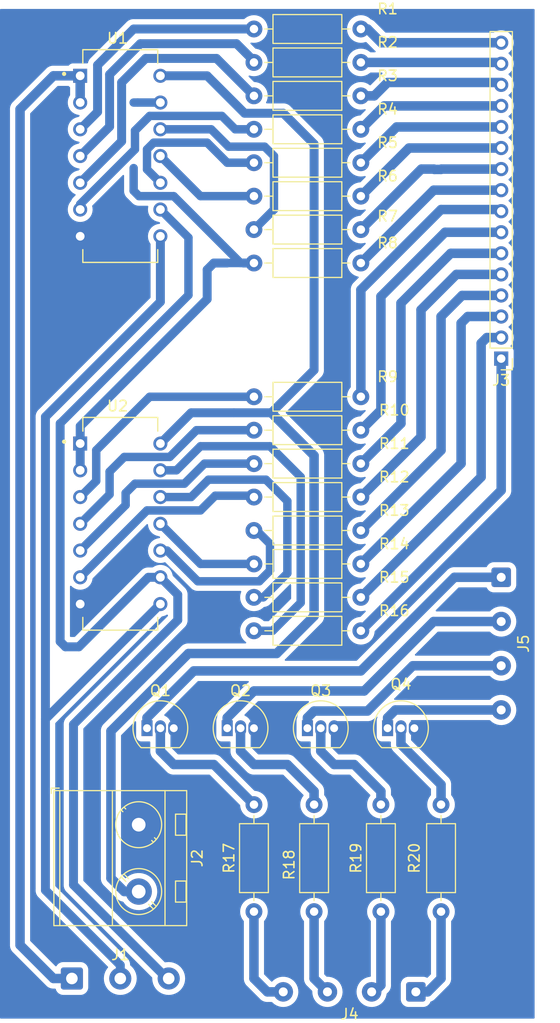
<source format=kicad_pcb>
(kicad_pcb (version 20211014) (generator pcbnew)
  (layers (0 "F.Cu" signal) (31 "B.Cu" signal) (34 "B.Paste" user) (35 "F.Paste" user) (36 "B.SilkS" user "B.Silkscreen") (37 "F.SilkS" user "F.Silkscreen") (38 "B.Mask" user) (39 "F.Mask" user) (44 "Edge.Cuts" user))
  (net 0 "")
  (net 1 "GND")
  (net 2 "VCC")
  (net 3 "Net-(R7-Pad1)")
  (net 4 "Net-(J3-Pad10)")
  (net 5 "Net-(J4-Pad1)")
  (net 6 "Net-(Q4-Pad2)")
  (net 7 "Net-(J4-Pad2)")
  (net 8 "Net-(Q3-Pad2)")
  (net 9 "Net-(J4-Pad3)")
  (net 10 "Net-(Q2-Pad2)")
  (net 11 "Net-(J4-Pad4)")
  (net 12 "Net-(Q1-Pad2)")
  (net 13 "Net-(R16-Pad1)")
  (net 14 "Net-(J3-Pad1)")
  (net 15 "Net-(R15-Pad1)")
  (net 16 "Net-(J3-Pad2)")
  (net 17 "Net-(R14-Pad1)")
  (net 18 "Net-(J3-Pad3)")
  (net 19 "Net-(R13-Pad1)")
  (net 20 "Net-(J3-Pad4)")
  (net 21 "Net-(R12-Pad1)")
  (net 22 "Net-(J3-Pad5)")
  (net 23 "Net-(R11-Pad1)")
  (net 24 "Net-(J3-Pad6)")
  (net 25 "Net-(R10-Pad1)")
  (net 26 "Net-(J3-Pad7)")
  (net 27 "Net-(R9-Pad1)")
  (net 28 "Net-(J3-Pad8)")
  (net 29 "Net-(R8-Pad1)")
  (net 30 "Net-(J3-Pad9)")
  (net 31 "Net-(R6-Pad1)")
  (net 32 "Net-(J3-Pad11)")
  (net 33 "Net-(R5-Pad1)")
  (net 34 "Net-(J3-Pad12)")
  (net 35 "Net-(R4-Pad1)")
  (net 36 "Net-(J3-Pad13)")
  (net 37 "Net-(R3-Pad1)")
  (net 38 "Net-(J3-Pad14)")
  (net 39 "Net-(R2-Pad1)")
  (net 40 "Net-(J3-Pad15)")
  (net 41 "Net-(R1-Pad1)")
  (net 42 "Net-(J3-Pad16)")
  (net 43 "Net-(J5-Pad4)")
  (net 44 "Net-(J5-Pad3)")
  (net 45 "Net-(J5-Pad2)")
  (net 46 "Net-(J5-Pad1)")
  (net 47 "Net-(J1-Pad1)")
  (net 48 "Net-(J1-Pad2)")
  (net 49 "Net-(J1-Pad3)")
  (footprint "Package_TO_SOT_THT:TO-92_Inline" (layer "F.Cu") (at 128.905 133.075)
    (fp_text reference "Q4" (at 1.27 -4.17) (layer "F.SilkS"))
    (fp_text value "BC547")
    (pad "1" thru_hole rect (at 0 0) (size 1.05 1.5) (drill 0.75) (layers *.Cu *.Mask) (net 43 "Net-(J5-Pad4)"))
    (pad "2" thru_hole oval (at 1.27 0) (size 1.05 1.5) (drill 0.75) (layers *.Cu *.Mask) (net 6 "Net-(Q4-Pad2)"))
    (pad "3" thru_hole oval (at 2.54 0) (size 1.05 1.5) (drill 0.75) (layers *.Cu *.Mask) (net 1 "GND"))
  )
  (footprint "Resistor_THT:R_Axial_DIN0207_L6.3mm_D2.5mm_P10.16mm_Horizontal" (layer "F.Cu") (at 116.205 101.6)
    (fp_text reference "R9" (at 12.7 -1.905) (layer "F.SilkS"))
    (fp_text value "R")
    (pad "1" thru_hole circle (at 0 0) (size 1.6 1.6) (drill 0.8) (layers *.Cu *.Mask) (net 27 "Net-(R9-Pad1)"))
    (pad "2" thru_hole oval (at 10.16 0) (size 1.6 1.6) (drill 0.8) (layers *.Cu *.Mask) (net 28 "Net-(J3-Pad8)"))
  )
  (footprint "Resistor_THT:R_Axial_DIN0207_L6.3mm_D2.5mm_P10.16mm_Horizontal" (layer "F.Cu") (at 116.205 76.2)
    (fp_text reference "R4" (at 12.7 -1.905) (layer "F.SilkS"))
    (fp_text value "R")
    (pad "1" thru_hole circle (at 0 0) (size 1.6 1.6) (drill 0.8) (layers *.Cu *.Mask) (net 35 "Net-(R4-Pad1)"))
    (pad "2" thru_hole oval (at 10.16 0) (size 1.6 1.6) (drill 0.8) (layers *.Cu *.Mask) (net 36 "Net-(J3-Pad13)"))
  )
  (footprint "Resistor_THT:R_Axial_DIN0207_L6.3mm_D2.5mm_P10.16mm_Horizontal" (layer "F.Cu") (at 116.205 150.495 90)
    (fp_text reference "R17" (at 5.08 -2.37 90) (layer "F.SilkS"))
    (fp_text value "R")
    (pad "1" thru_hole circle (at 0 0 90) (size 1.6 1.6) (drill 0.8) (layers *.Cu *.Mask) (net 11 "Net-(J4-Pad4)"))
    (pad "2" thru_hole oval (at 10.16 0 90) (size 1.6 1.6) (drill 0.8) (layers *.Cu *.Mask) (net 12 "Net-(Q1-Pad2)"))
  )
  (footprint "Resistor_THT:R_Axial_DIN0207_L6.3mm_D2.5mm_P10.16mm_Horizontal" (layer "F.Cu") (at 116.205 82.55)
    (fp_text reference "R6" (at 12.7 -1.905) (layer "F.SilkS"))
    (fp_text value "R")
    (pad "1" thru_hole circle (at 0 0) (size 1.6 1.6) (drill 0.8) (layers *.Cu *.Mask) (net 31 "Net-(R6-Pad1)"))
    (pad "2" thru_hole oval (at 10.16 0) (size 1.6 1.6) (drill 0.8) (layers *.Cu *.Mask) (net 32 "Net-(J3-Pad11)"))
  )
  (footprint "Resistor_THT:R_Axial_DIN0207_L6.3mm_D2.5mm_P10.16mm_Horizontal" (layer "F.Cu") (at 116.205 111.125)
    (fp_text reference "R12" (at 13.335 -1.905) (layer "F.SilkS"))
    (fp_text value "R")
    (pad "1" thru_hole circle (at 0 0) (size 1.6 1.6) (drill 0.8) (layers *.Cu *.Mask) (net 21 "Net-(R12-Pad1)"))
    (pad "2" thru_hole oval (at 10.16 0) (size 1.6 1.6) (drill 0.8) (layers *.Cu *.Mask) (net 22 "Net-(J3-Pad5)"))
  )
  (footprint "Resistor_THT:R_Axial_DIN0207_L6.3mm_D2.5mm_P10.16mm_Horizontal" (layer "F.Cu") (at 116.205 79.375)
    (fp_text reference "R5" (at 12.7 -1.905) (layer "F.SilkS"))
    (fp_text value "R")
    (pad "1" thru_hole circle (at 0 0) (size 1.6 1.6) (drill 0.8) (layers *.Cu *.Mask) (net 33 "Net-(R5-Pad1)"))
    (pad "2" thru_hole oval (at 10.16 0) (size 1.6 1.6) (drill 0.8) (layers *.Cu *.Mask) (net 34 "Net-(J3-Pad12)"))
  )
  (footprint "Resistor_THT:R_Axial_DIN0207_L6.3mm_D2.5mm_P10.16mm_Horizontal" (layer "F.Cu") (at 128.27 150.495 90)
    (fp_text reference "R19" (at 5.08 -2.37 90) (layer "F.SilkS"))
    (fp_text value "R")
    (pad "1" thru_hole circle (at 0 0 90) (size 1.6 1.6) (drill 0.8) (layers *.Cu *.Mask) (net 7 "Net-(J4-Pad2)"))
    (pad "2" thru_hole oval (at 10.16 0 90) (size 1.6 1.6) (drill 0.8) (layers *.Cu *.Mask) (net 8 "Net-(Q3-Pad2)"))
  )
  (footprint "Connector_Wire:SolderWire-0.5sqmm_1x03_P4.6mm_D0.9mm_OD2.1mm" (layer "F.Cu") (at 98.905 156.845)
    (fp_text reference "J1" (at 4.6 -2.25) (layer "F.SilkS"))
    (fp_text value "Diodes-input")
    (pad "1" thru_hole roundrect (at 0 0) (size 2.1 2.1) (drill 1.1) (layers *.Cu *.Mask) (roundrect_rratio 0.119048) (net 47 "Net-(J1-Pad1)"))
    (pad "2" thru_hole circle (at 4.6 0) (size 2.1 2.1) (drill 1.1) (layers *.Cu *.Mask) (net 48 "Net-(J1-Pad2)"))
    (pad "3" thru_hole circle (at 9.2 0) (size 2.1 2.1) (drill 1.1) (layers *.Cu *.Mask) (net 49 "Net-(J1-Pad3)"))
  )
  (footprint "Connector_Wire:SolderWire-0.25sqmm_1x04_P4.2mm_D0.65mm_OD1.7mm" (layer "F.Cu") (at 139.7 118.745 -90)
    (fp_text reference "J5" (at 6.3 -2.12 90) (layer "F.SilkS"))
    (fp_text value "Layers-output")
    (pad "1" thru_hole roundrect (at 0 0 270) (size 1.85 1.85) (drill 0.85) (layers *.Cu *.Mask) (roundrect_rratio 0.135135) (net 46 "Net-(J5-Pad1)"))
    (pad "2" thru_hole circle (at 4.2 0 270) (size 1.85 1.85) (drill 0.85) (layers *.Cu *.Mask) (net 45 "Net-(J5-Pad2)"))
    (pad "3" thru_hole circle (at 8.4 0 270) (size 1.85 1.85) (drill 0.85) (layers *.Cu *.Mask) (net 44 "Net-(J5-Pad3)"))
    (pad "4" thru_hole circle (at 12.6 0 270) (size 1.85 1.85) (drill 0.85) (layers *.Cu *.Mask) (net 43 "Net-(J5-Pad4)"))
  )
  (footprint "Resistor_THT:R_Axial_DIN0207_L6.3mm_D2.5mm_P10.16mm_Horizontal" (layer "F.Cu") (at 116.205 104.775)
    (fp_text reference "R10" (at 13.335 -1.905) (layer "F.SilkS"))
    (fp_text value "R")
    (pad "1" thru_hole circle (at 0 0) (size 1.6 1.6) (drill 0.8) (layers *.Cu *.Mask) (net 25 "Net-(R10-Pad1)"))
    (pad "2" thru_hole oval (at 10.16 0) (size 1.6 1.6) (drill 0.8) (layers *.Cu *.Mask) (net 26 "Net-(J3-Pad7)"))
  )
  (footprint "Package_TO_SOT_THT:TO-92_Inline" (layer "F.Cu") (at 113.665 133.075)
    (fp_text reference "Q2" (at 1.27 -3.56) (layer "F.SilkS"))
    (fp_text value "BC547")
    (pad "1" thru_hole rect (at 0 0) (size 1.05 1.5) (drill 0.75) (layers *.Cu *.Mask) (net 45 "Net-(J5-Pad2)"))
    (pad "2" thru_hole oval (at 1.27 0) (size 1.05 1.5) (drill 0.75) (layers *.Cu *.Mask) (net 10 "Net-(Q2-Pad2)"))
    (pad "3" thru_hole oval (at 2.54 0) (size 1.05 1.5) (drill 0.75) (layers *.Cu *.Mask) (net 1 "GND"))
  )
  (footprint "Resistor_THT:R_Axial_DIN0207_L6.3mm_D2.5mm_P10.16mm_Horizontal" (layer "F.Cu") (at 116.205 114.3)
    (fp_text reference "R13" (at 13.335 -1.905) (layer "F.SilkS"))
    (fp_text value "R")
    (pad "1" thru_hole circle (at 0 0) (size 1.6 1.6) (drill 0.8) (layers *.Cu *.Mask) (net 19 "Net-(R13-Pad1)"))
    (pad "2" thru_hole oval (at 10.16 0) (size 1.6 1.6) (drill 0.8) (layers *.Cu *.Mask) (net 20 "Net-(J3-Pad4)"))
  )
  (footprint "74hc164:74hc164DIP" (layer "F.Cu") (at 103.505 78.74)
    (fp_text reference "U1" (at -0.255 -11.185) (layer "F.SilkS"))
    (fp_text value "74HC164")
    (pad "1" thru_hole rect (at -3.81 -7.62) (size 1.338 1.338) (drill 0.83) (layers *.Cu *.Mask) (net 47 "Net-(J1-Pad1)"))
    (pad "2" thru_hole circle (at -3.81 -5.08) (size 1.338 1.338) (drill 0.83) (layers *.Cu *.Mask) (net 47 "Net-(J1-Pad1)"))
    (pad "3" thru_hole circle (at -3.81 -2.54) (size 1.338 1.338) (drill 0.83) (layers *.Cu *.Mask) (net 41 "Net-(R1-Pad1)"))
    (pad "4" thru_hole circle (at -3.81 0) (size 1.338 1.338) (drill 0.83) (layers *.Cu *.Mask) (net 39 "Net-(R2-Pad1)"))
    (pad "5" thru_hole circle (at -3.81 2.54) (size 1.338 1.338) (drill 0.83) (layers *.Cu *.Mask) (net 37 "Net-(R3-Pad1)"))
    (pad "6" thru_hole circle (at -3.81 5.08) (size 1.338 1.338) (drill 0.83) (layers *.Cu *.Mask) (net 35 "Net-(R4-Pad1)"))
    (pad "7" thru_hole circle (at -3.81 7.62) (size 1.338 1.338) (drill 0.83) (layers *.Cu *.Mask) (net 1 "GND"))
    (pad "8" thru_hole circle (at 3.81 7.62) (size 1.338 1.338) (drill 0.83) (layers *.Cu *.Mask) (net 48 "Net-(J1-Pad2)"))
    (pad "9" thru_hole circle (at 3.81 5.08) (size 1.338 1.338) (drill 0.83) (layers *.Cu *.Mask) (net 49 "Net-(J1-Pad3)"))
    (pad "10" thru_hole circle (at 3.81 2.54) (size 1.338 1.338) (drill 0.83) (layers *.Cu *.Mask) (net 33 "Net-(R5-Pad1)"))
    (pad "11" thru_hole circle (at 3.81 0) (size 1.338 1.338) (drill 0.83) (layers *.Cu *.Mask) (net 31 "Net-(R6-Pad1)"))
    (pad "12" thru_hole circle (at 3.81 -2.54) (size 1.338 1.338) (drill 0.83) (layers *.Cu *.Mask) (net 3 "Net-(R7-Pad1)"))
    (pad "13" thru_hole circle (at 3.81 -5.08) (size 1.338 1.338) (drill 0.83) (layers *.Cu *.Mask) (net 29 "Net-(R8-Pad1)"))
    (pad "14" thru_hole circle (at 3.81 -7.62) (size 1.338 1.338) (drill 0.83) (layers *.Cu *.Mask) (net 2 "VCC"))
  )
  (footprint "Package_TO_SOT_THT:TO-92_Inline" (layer "F.Cu") (at 106.045 133.075)
    (fp_text reference "Q1" (at 1.27 -3.56) (layer "F.SilkS"))
    (fp_text value "BC547")
    (pad "1" thru_hole rect (at 0 0) (size 1.05 1.5) (drill 0.75) (layers *.Cu *.Mask) (net 46 "Net-(J5-Pad1)"))
    (pad "2" thru_hole oval (at 1.27 0) (size 1.05 1.5) (drill 0.75) (layers *.Cu *.Mask) (net 12 "Net-(Q1-Pad2)"))
    (pad "3" thru_hole oval (at 2.54 0) (size 1.05 1.5) (drill 0.75) (layers *.Cu *.Mask) (net 1 "GND"))
  )
  (footprint "Resistor_THT:R_Axial_DIN0207_L6.3mm_D2.5mm_P10.16mm_Horizontal" (layer "F.Cu") (at 116.205 123.825)
    (fp_text reference "R16" (at 13.335 -1.905) (layer "F.SilkS"))
    (fp_text value "R")
    (pad "1" thru_hole circle (at 0 0) (size 1.6 1.6) (drill 0.8) (layers *.Cu *.Mask) (net 13 "Net-(R16-Pad1)"))
    (pad "2" thru_hole oval (at 10.16 0) (size 1.6 1.6) (drill 0.8) (layers *.Cu *.Mask) (net 14 "Net-(J3-Pad1)"))
  )
  (footprint "TerminalBlock_MetzConnect:TerminalBlock_MetzConnect_Type701_RT11L02HGLU_1x02_P6.35mm_Horizontal" (layer "F.Cu") (at 105.255 142.24 -90)
    (fp_text reference "J2" (at 3.175 -5.56 90) (layer "F.SilkS"))
    (fp_text value "Vin")
    (pad "1" thru_hole rect (at 0 0 270) (size 2.5 2.5) (drill 1.3) (layers *.Cu *.Mask) (net 1 "GND"))
    (pad "2" thru_hole circle (at 6.35 0 270) (size 2.5 2.5) (drill 1.3) (layers *.Cu *.Mask) (net 2 "VCC"))
  )
  (footprint "Connector_Wire:SolderWire-0.25sqmm_1x04_P4.2mm_D0.65mm_OD1.7mm" (layer "F.Cu") (at 131.59 158.115 180)
    (fp_text reference "J4" (at 6.3 -2.12) (layer "F.SilkS"))
    (fp_text value "Layers-input")
    (pad "1" thru_hole roundrect (at 0 0 180) (size 1.85 1.85) (drill 0.85) (layers *.Cu *.Mask) (roundrect_rratio 0.135135) (net 5 "Net-(J4-Pad1)"))
    (pad "2" thru_hole circle (at 4.2 0 180) (size 1.85 1.85) (drill 0.85) (layers *.Cu *.Mask) (net 7 "Net-(J4-Pad2)"))
    (pad "3" thru_hole circle (at 8.4 0 180) (size 1.85 1.85) (drill 0.85) (layers *.Cu *.Mask) (net 9 "Net-(J4-Pad3)"))
    (pad "4" thru_hole circle (at 12.6 0 180) (size 1.85 1.85) (drill 0.85) (layers *.Cu *.Mask) (net 11 "Net-(J4-Pad4)"))
  )
  (footprint "Resistor_THT:R_Axial_DIN0207_L6.3mm_D2.5mm_P10.16mm_Horizontal" (layer "F.Cu") (at 116.205 66.675)
    (fp_text reference "R1" (at 12.7 -1.905) (layer "F.SilkS"))
    (fp_text value "R")
    (pad "1" thru_hole circle (at 0 0) (size 1.6 1.6) (drill 0.8) (layers *.Cu *.Mask) (net 41 "Net-(R1-Pad1)"))
    (pad "2" thru_hole oval (at 10.16 0) (size 1.6 1.6) (drill 0.8) (layers *.Cu *.Mask) (net 42 "Net-(J3-Pad16)"))
  )
  (footprint "Resistor_THT:R_Axial_DIN0207_L6.3mm_D2.5mm_P10.16mm_Horizontal" (layer "F.Cu") (at 121.92 150.495 90)
    (fp_text reference "R18" (at 4.445 -2.37 90) (layer "F.SilkS"))
    (fp_text value "R")
    (pad "1" thru_hole circle (at 0 0 90) (size 1.6 1.6) (drill 0.8) (layers *.Cu *.Mask) (net 9 "Net-(J4-Pad3)"))
    (pad "2" thru_hole oval (at 10.16 0 90) (size 1.6 1.6) (drill 0.8) (layers *.Cu *.Mask) (net 10 "Net-(Q2-Pad2)"))
  )
  (footprint "Package_TO_SOT_THT:TO-92_Inline" (layer "F.Cu") (at 121.285 133.075)
    (fp_text reference "Q3" (at 1.27 -3.56) (layer "F.SilkS"))
    (fp_text value "BC547")
    (pad "1" thru_hole rect (at 0 0) (size 1.05 1.5) (drill 0.75) (layers *.Cu *.Mask) (net 44 "Net-(J5-Pad3)"))
    (pad "2" thru_hole oval (at 1.27 0) (size 1.05 1.5) (drill 0.75) (layers *.Cu *.Mask) (net 8 "Net-(Q3-Pad2)"))
    (pad "3" thru_hole oval (at 2.54 0) (size 1.05 1.5) (drill 0.75) (layers *.Cu *.Mask) (net 1 "GND"))
  )
  (footprint "Connector_PinHeader_2.00mm:PinHeader_1x16_P2.00mm_Vertical" (layer "F.Cu") (at 139.7 97.979 180)
    (fp_text reference "J3" (at 0 -2.06 180) (layer "F.SilkS"))
    (fp_text value "Diodes-output")
    (pad "1" thru_hole rect (at 0 0 180) (size 1.35 1.35) (drill 0.8) (layers *.Cu *.Mask) (net 14 "Net-(J3-Pad1)"))
    (pad "2" thru_hole oval (at 0 2 180) (size 1.35 1.35) (drill 0.8) (layers *.Cu *.Mask) (net 16 "Net-(J3-Pad2)"))
    (pad "3" thru_hole oval (at 0 4 180) (size 1.35 1.35) (drill 0.8) (layers *.Cu *.Mask) (net 18 "Net-(J3-Pad3)"))
    (pad "4" thru_hole oval (at 0 6 180) (size 1.35 1.35) (drill 0.8) (layers *.Cu *.Mask) (net 20 "Net-(J3-Pad4)"))
    (pad "5" thru_hole oval (at 0 8 180) (size 1.35 1.35) (drill 0.8) (layers *.Cu *.Mask) (net 22 "Net-(J3-Pad5)"))
    (pad "6" thru_hole oval (at 0 10 180) (size 1.35 1.35) (drill 0.8) (layers *.Cu *.Mask) (net 24 "Net-(J3-Pad6)"))
    (pad "7" thru_hole oval (at 0 12 180) (size 1.35 1.35) (drill 0.8) (layers *.Cu *.Mask) (net 26 "Net-(J3-Pad7)"))
    (pad "8" thru_hole oval (at 0 14 180) (size 1.35 1.35) (drill 0.8) (layers *.Cu *.Mask) (net 28 "Net-(J3-Pad8)"))
    (pad "9" thru_hole oval (at 0 16 180) (size 1.35 1.35) (drill 0.8) (layers *.Cu *.Mask) (net 30 "Net-(J3-Pad9)"))
    (pad "10" thru_hole oval (at 0 18 180) (size 1.35 1.35) (drill 0.8) (layers *.Cu *.Mask) (net 4 "Net-(J3-Pad10)"))
    (pad "11" thru_hole oval (at 0 20 180) (size 1.35 1.35) (drill 0.8) (layers *.Cu *.Mask) (net 32 "Net-(J3-Pad11)"))
    (pad "12" thru_hole oval (at 0 22 180) (size 1.35 1.35) (drill 0.8) (layers *.Cu *.Mask) (net 34 "Net-(J3-Pad12)"))
    (pad "13" thru_hole oval (at 0 24 180) (size 1.35 1.35) (drill 0.8) (layers *.Cu *.Mask) (net 36 "Net-(J3-Pad13)"))
    (pad "14" thru_hole oval (at 0 26 180) (size 1.35 1.35) (drill 0.8) (layers *.Cu *.Mask) (net 38 "Net-(J3-Pad14)"))
    (pad "15" thru_hole oval (at 0 28 180) (size 1.35 1.35) (drill 0.8) (layers *.Cu *.Mask) (net 40 "Net-(J3-Pad15)"))
    (pad "16" thru_hole oval (at 0 30 180) (size 1.35 1.35) (drill 0.8) (layers *.Cu *.Mask) (net 42 "Net-(J3-Pad16)"))
  )
  (footprint "Resistor_THT:R_Axial_DIN0207_L6.3mm_D2.5mm_P10.16mm_Horizontal" (layer "F.Cu") (at 116.205 88.9)
    (fp_text reference "R8" (at 12.7 -1.905) (layer "F.SilkS"))
    (fp_text value "R")
    (pad "1" thru_hole circle (at 0 0) (size 1.6 1.6) (drill 0.8) (layers *.Cu *.Mask) (net 29 "Net-(R8-Pad1)"))
    (pad "2" thru_hole oval (at 10.16 0) (size 1.6 1.6) (drill 0.8) (layers *.Cu *.Mask) (net 30 "Net-(J3-Pad9)"))
  )
  (footprint "Resistor_THT:R_Axial_DIN0207_L6.3mm_D2.5mm_P10.16mm_Horizontal" (layer "F.Cu") (at 116.205 69.85)
    (fp_text reference "R2" (at 12.7 -1.905) (layer "F.SilkS"))
    (fp_text value "R")
    (pad "1" thru_hole circle (at 0 0) (size 1.6 1.6) (drill 0.8) (layers *.Cu *.Mask) (net 39 "Net-(R2-Pad1)"))
    (pad "2" thru_hole oval (at 10.16 0) (size 1.6 1.6) (drill 0.8) (layers *.Cu *.Mask) (net 40 "Net-(J3-Pad15)"))
  )
  (footprint "Resistor_THT:R_Axial_DIN0207_L6.3mm_D2.5mm_P10.16mm_Horizontal" (layer "F.Cu") (at 116.205 73.025)
    (fp_text reference "R3" (at 12.7 -1.905) (layer "F.SilkS"))
    (fp_text value "R")
    (pad "1" thru_hole circle (at 0 0) (size 1.6 1.6) (drill 0.8) (layers *.Cu *.Mask) (net 37 "Net-(R3-Pad1)"))
    (pad "2" thru_hole oval (at 10.16 0) (size 1.6 1.6) (drill 0.8) (layers *.Cu *.Mask) (net 38 "Net-(J3-Pad14)"))
  )
  (footprint "74hc164:74hc164DIP" (layer "F.Cu") (at 103.505 113.665)
    (fp_text reference "U2" (at -0.255 -11.185) (layer "F.SilkS"))
    (fp_text value "74HC164")
    (pad "1" thru_hole rect (at -3.81 -7.62) (size 1.338 1.338) (drill 0.83) (layers *.Cu *.Mask) (net 29 "Net-(R8-Pad1)"))
    (pad "2" thru_hole circle (at -3.81 -5.08) (size 1.338 1.338) (drill 0.83) (layers *.Cu *.Mask) (net 29 "Net-(R8-Pad1)"))
    (pad "3" thru_hole circle (at -3.81 -2.54) (size 1.338 1.338) (drill 0.83) (layers *.Cu *.Mask) (net 27 "Net-(R9-Pad1)"))
    (pad "4" thru_hole circle (at -3.81 0) (size 1.338 1.338) (drill 0.83) (layers *.Cu *.Mask) (net 25 "Net-(R10-Pad1)"))
    (pad "5" thru_hole circle (at -3.81 2.54) (size 1.338 1.338) (drill 0.83) (layers *.Cu *.Mask) (net 23 "Net-(R11-Pad1)"))
    (pad "6" thru_hole circle (at -3.81 5.08) (size 1.338 1.338) (drill 0.83) (layers *.Cu *.Mask) (net 21 "Net-(R12-Pad1)"))
    (pad "7" thru_hole circle (at -3.81 7.62) (size 1.338 1.338) (drill 0.83) (layers *.Cu *.Mask) (net 1 "GND"))
    (pad "8" thru_hole circle (at 3.81 7.62) (size 1.338 1.338) (drill 0.83) (layers *.Cu *.Mask) (net 48 "Net-(J1-Pad2)"))
    (pad "9" thru_hole circle (at 3.81 5.08) (size 1.338 1.338) (drill 0.83) (layers *.Cu *.Mask) (net 49 "Net-(J1-Pad3)"))
    (pad "10" thru_hole circle (at 3.81 2.54) (size 1.338 1.338) (drill 0.83) (layers *.Cu *.Mask) (net 19 "Net-(R13-Pad1)"))
    (pad "11" thru_hole circle (at 3.81 0) (size 1.338 1.338) (drill 0.83) (layers *.Cu *.Mask) (net 17 "Net-(R14-Pad1)"))
    (pad "12" thru_hole circle (at 3.81 -2.54) (size 1.338 1.338) (drill 0.83) (layers *.Cu *.Mask) (net 15 "Net-(R15-Pad1)"))
    (pad "13" thru_hole circle (at 3.81 -5.08) (size 1.338 1.338) (drill 0.83) (layers *.Cu *.Mask) (net 13 "Net-(R16-Pad1)"))
    (pad "14" thru_hole circle (at 3.81 -7.62) (size 1.338 1.338) (drill 0.83) (layers *.Cu *.Mask) (net 2 "VCC"))
  )
  (footprint "Resistor_THT:R_Axial_DIN0207_L6.3mm_D2.5mm_P10.16mm_Horizontal" (layer "F.Cu") (at 116.205 107.95)
    (fp_text reference "R11" (at 13.335 -1.905) (layer "F.SilkS"))
    (fp_text value "R")
    (pad "1" thru_hole circle (at 0 0) (size 1.6 1.6) (drill 0.8) (layers *.Cu *.Mask) (net 23 "Net-(R11-Pad1)"))
    (pad "2" thru_hole oval (at 10.16 0) (size 1.6 1.6) (drill 0.8) (layers *.Cu *.Mask) (net 24 "Net-(J3-Pad6)"))
  )
  (footprint "Resistor_THT:R_Axial_DIN0207_L6.3mm_D2.5mm_P10.16mm_Horizontal" (layer "F.Cu") (at 116.205 85.725)
    (fp_text reference "R7" (at 12.7 -1.27) (layer "F.SilkS"))
    (fp_text value "R")
    (pad "1" thru_hole circle (at 0 0) (size 1.6 1.6) (drill 0.8) (layers *.Cu *.Mask) (net 3 "Net-(R7-Pad1)"))
    (pad "2" thru_hole oval (at 10.16 0) (size 1.6 1.6) (drill 0.8) (layers *.Cu *.Mask) (net 4 "Net-(J3-Pad10)"))
  )
  (footprint "Resistor_THT:R_Axial_DIN0207_L6.3mm_D2.5mm_P10.16mm_Horizontal" (layer "F.Cu") (at 116.205 120.65)
    (fp_text reference "R15" (at 13.335 -1.905) (layer "F.SilkS"))
    (fp_text value "R")
    (pad "1" thru_hole circle (at 0 0) (size 1.6 1.6) (drill 0.8) (layers *.Cu *.Mask) (net 15 "Net-(R15-Pad1)"))
    (pad "2" thru_hole oval (at 10.16 0) (size 1.6 1.6) (drill 0.8) (layers *.Cu *.Mask) (net 16 "Net-(J3-Pad2)"))
  )
  (footprint "Resistor_THT:R_Axial_DIN0207_L6.3mm_D2.5mm_P10.16mm_Horizontal" (layer "F.Cu") (at 133.985 150.495 90)
    (fp_text reference "R20" (at 5.08 -2.54 90) (layer "F.SilkS"))
    (fp_text value "R")
    (pad "1" thru_hole circle (at 0 0 90) (size 1.6 1.6) (drill 0.8) (layers *.Cu *.Mask) (net 5 "Net-(J4-Pad1)"))
    (pad "2" thru_hole oval (at 10.16 0 90) (size 1.6 1.6) (drill 0.8) (layers *.Cu *.Mask) (net 6 "Net-(Q4-Pad2)"))
  )
  (footprint "Resistor_THT:R_Axial_DIN0207_L6.3mm_D2.5mm_P10.16mm_Horizontal" (layer "F.Cu") (at 116.205 117.475)
    (fp_text reference "R14" (at 13.335 -1.905) (layer "F.SilkS"))
    (fp_text value "R")
    (pad "1" thru_hole circle (at 0 0) (size 1.6 1.6) (drill 0.8) (layers *.Cu *.Mask) (net 17 "Net-(R14-Pad1)"))
    (pad "2" thru_hole oval (at 10.16 0) (size 1.6 1.6) (drill 0.8) (layers *.Cu *.Mask) (net 18 "Net-(J3-Pad3)"))
  )
  (segment (start 99.4194 121.285) (end 99.695 121.285) (width 0.25) (layer "B.Cu") (net 1))
  (segment (start 121.92 99.06) (end 121.92 77.597) (width 0.85) (layer "B.Cu") (net 2))
  (segment (start 103.886 148.59) (end 102.616 147.32) (width 0.9) (layer "B.Cu") (net 2))
  (segment (start 110.236 103.124) (end 114.3 103.124) (width 0.85) (layer "B.Cu") (net 2))
  (segment (start 102.616 133.35) (end 109.982 125.984) (width 0.9) (layer "B.Cu") (net 2))
  (segment (start 117.856 103.124) (end 121.92 99.06) (width 0.85) (layer "B.Cu") (net 2))
  (segment (start 107.315 106.045) (end 110.236 103.124) (width 0.85) (layer "B.Cu") (net 2))
  (segment (start 118.999 74.676) (end 115.316 74.676) (width 0.85) (layer "B.Cu") (net 2))
  (segment (start 121.92 77.597) (end 118.999 74.676) (width 0.85) (layer "B.Cu") (net 2))
  (segment (start 105.255 148.59) (end 103.886 148.59) (width 0.9) (layer "B.Cu") (net 2))
  (segment (start 109.982 125.984) (end 118.364 125.984) (width 0.9) (layer "B.Cu") (net 2))
  (segment (start 102.616 147.32) (end 102.616 133.35) (width 0.9) (layer "B.Cu") (net 2))
  (segment (start 118.364 125.984) (end 121.92 122.428) (width 0.9) (layer "B.Cu") (net 2))
  (segment (start 114.3 103.124) (end 117.856 103.124) (width 0.85) (layer "B.Cu") (net 2))
  (segment (start 115.316 74.676) (end 111.76 71.12) (width 0.85) (layer "B.Cu") (net 2))
  (segment (start 121.92 107.188) (end 117.856 103.124) (width 0.9) (layer "B.Cu") (net 2))
  (segment (start 111.76 71.12) (end 107.315 71.12) (width 0.85) (layer "B.Cu") (net 2))
  (segment (start 121.92 122.428) (end 121.92 107.188) (width 0.9) (layer "B.Cu") (net 2))
  (segment (start 113.792 77.851) (end 117.221 77.851) (width 0.8) (layer "B.Cu") (net 3))
  (segment (start 118.11 78.74) (end 118.11 83.82) (width 0.8) (layer "B.Cu") (net 3))
  (segment (start 118.11 83.82) (end 116.205 85.725) (width 0.8) (layer "B.Cu") (net 3))
  (segment (start 107.315 76.2) (end 112.141 76.2) (width 0.8) (layer "B.Cu") (net 3))
  (segment (start 117.221 77.851) (end 118.11 78.74) (width 0.8) (layer "B.Cu") (net 3))
  (segment (start 112.141 76.2) (end 113.792 77.851) (width 0.8) (layer "B.Cu") (net 3))
  (segment (start 132.111 79.979) (end 133.319 79.979) (width 0.9) (layer "B.Cu") (net 4))
  (segment (start 133.35 80.01) (end 133.985 80.01) (width 0.9) (layer "B.Cu") (net 4))
  (segment (start 133.985 80.01) (end 134.016 79.979) (width 0.9) (layer "B.Cu") (net 4))
  (segment (start 133.319 79.979) (end 133.35 80.01) (width 0.9) (layer "B.Cu") (net 4))
  (segment (start 134.016 79.979) (end 139.7 79.979) (width 0.9) (layer "B.Cu") (net 4))
  (segment (start 126.365 85.725) (end 132.111 79.979) (width 0.9) (layer "B.Cu") (net 4))
  (segment (start 131.59 158.115) (end 132.715 158.115) (width 0.9) (layer "B.Cu") (net 5))
  (segment (start 133.985 156.845) (end 133.985 150.495) (width 0.9) (layer "B.Cu") (net 5))
  (segment (start 132.715 158.115) (end 133.985 156.845) (width 0.9) (layer "B.Cu") (net 5))
  (segment (start 133.985 140.335) (end 133.985 138.43) (width 0.9) (layer "B.Cu") (net 6))
  (segment (start 133.985 138.43) (end 130.175 134.62) (width 0.9) (layer "B.Cu") (net 6))
  (segment (start 130.175 134.62) (end 130.175 133.075) (width 0.9) (layer "B.Cu") (net 6))
  (segment (start 128.27 157.48) (end 128.27 150.495) (width 0.9) (layer "B.Cu") (net 7))
  (segment (start 127.39 158.115) (end 127.635 158.115) (width 0.9) (layer "B.Cu") (net 7))
  (segment (start 127.635 158.115) (end 128.27 157.48) (width 0.9) (layer "B.Cu") (net 7))
  (segment (start 123.825 136.525) (end 122.555 135.255) (width 0.9) (layer "B.Cu") (net 8))
  (segment (start 125.73 136.525) (end 123.825 136.525) (width 0.9) (layer "B.Cu") (net 8))
  (segment (start 128.27 140.335) (end 128.27 139.065) (width 0.9) (layer "B.Cu") (net 8))
  (segment (start 122.555 135.255) (end 122.555 133.075) (width 0.9) (layer "B.Cu") (net 8))
  (segment (start 128.27 139.065) (end 125.73 136.525) (width 0.9) (layer "B.Cu") (net 8))
  (segment (start 121.92 156.845) (end 121.92 150.495) (width 0.9) (layer "B.Cu") (net 9))
  (segment (start 123.19 158.115) (end 121.92 156.845) (width 0.9) (layer "B.Cu") (net 9))
  (segment (start 116.205 136.525) (end 114.935 135.255) (width 0.9) (layer "B.Cu") (net 10))
  (segment (start 121.92 139.065) (end 119.38 136.525) (width 0.9) (layer "B.Cu") (net 10))
  (segment (start 119.38 136.525) (end 116.205 136.525) (width 0.9) (layer "B.Cu") (net 10))
  (segment (start 121.92 140.335) (end 121.92 139.065) (width 0.9) (layer "B.Cu") (net 10))
  (segment (start 114.935 135.255) (end 114.935 133.075) (width 0.9) (layer "B.Cu") (net 10))
  (segment (start 117.475 158.115) (end 116.205 156.845) (width 0.9) (layer "B.Cu") (net 11))
  (segment (start 116.205 156.845) (end 116.205 150.495) (width 0.9) (layer "B.Cu") (net 11))
  (segment (start 118.99 158.115) (end 117.475 158.115) (width 0.9) (layer "B.Cu") (net 11))
  (segment (start 116.205 140.335) (end 112.395 136.525) (width 0.9) (layer "B.Cu") (net 12))
  (segment (start 112.395 136.525) (end 108.585 136.525) (width 0.9) (layer "B.Cu") (net 12))
  (segment (start 107.315 135.255) (end 107.315 133.075) (width 0.9) (layer "B.Cu") (net 12))
  (segment (start 108.585 136.525) (end 107.315 135.255) (width 0.9) (layer "B.Cu") (net 12))
  (segment (start 120.65 121.158) (end 117.983 123.825) (width 0.8) (layer "B.Cu") (net 13))
  (segment (start 117.729 106.299) (end 120.65 109.22) (width 0.8) (layer "B.Cu") (net 13))
  (segment (start 111.125 106.299) (end 117.729 106.299) (width 0.8) (layer "B.Cu") (net 13))
  (segment (start 108.839 108.585) (end 111.125 106.299) (width 0.8) (layer "B.Cu") (net 13))
  (segment (start 120.65 109.22) (end 120.65 121.158) (width 0.8) (layer "B.Cu") (net 13))
  (segment (start 107.315 108.585) (end 108.839 108.585) (width 0.8) (layer "B.Cu") (net 13))
  (segment (start 117.983 123.825) (end 116.205 123.825) (width 0.8) (layer "B.Cu") (net 13))
  (segment (start 139.7 110.49) (end 139.7 97.979) (width 0.9) (layer "B.Cu") (net 14))
  (segment (start 126.365 123.825) (end 139.7 110.49) (width 0.9) (layer "B.Cu") (net 14))
  (segment (start 117.348 109.474) (end 119.38 111.506) (width 0.8) (layer "B.Cu") (net 15))
  (segment (start 119.38 111.506) (end 119.38 118.364) (width 0.8) (layer "B.Cu") (net 15))
  (segment (start 107.315 111.125) (end 110.236 111.125) (width 0.8) (layer "B.Cu") (net 15))
  (segment (start 111.887 109.474) (end 117.348 109.474) (width 0.8) (layer "B.Cu") (net 15))
  (segment (start 117.094 120.65) (end 116.205 120.65) (width 0.8) (layer "B.Cu") (net 15))
  (segment (start 119.38 118.364) (end 117.094 120.65) (width 0.8) (layer "B.Cu") (net 15))
  (segment (start 110.236 111.125) (end 111.887 109.474) (width 0.8) (layer "B.Cu") (net 15))
  (segment (start 138.336 95.979) (end 139.7 95.979) (width 0.9) (layer "B.Cu") (net 16))
  (segment (start 137.795 109.22) (end 137.795 96.52) (width 0.9) (layer "B.Cu") (net 16))
  (segment (start 126.365 120.65) (end 137.795 109.22) (width 0.9) (layer "B.Cu") (net 16))
  (segment (start 137.795 96.52) (end 138.336 95.979) (width 0.9) (layer "B.Cu") (net 16))
  (segment (start 107.315 113.665) (end 111.125 117.475) (width 0.8) (layer "B.Cu") (net 17))
  (segment (start 111.125 117.475) (end 116.205 117.475) (width 0.8) (layer "B.Cu") (net 17))
  (segment (start 135.89 107.95) (end 135.89 94.615) (width 0.9) (layer "B.Cu") (net 18))
  (segment (start 135.89 94.615) (end 136.526 93.979) (width 0.9) (layer "B.Cu") (net 18))
  (segment (start 136.526 93.979) (end 139.7 93.979) (width 0.9) (layer "B.Cu") (net 18))
  (segment (start 126.365 117.475) (end 135.89 107.95) (width 0.9) (layer "B.Cu") (net 18))
  (segment (start 116.713 119.126) (end 117.729 118.11) (width 0.8) (layer "B.Cu") (net 19))
  (segment (start 110.871 119.126) (end 116.713 119.126) (width 0.8) (layer "B.Cu") (net 19))
  (segment (start 117.729 115.57) (end 116.459 114.3) (width 0.8) (layer "B.Cu") (net 19))
  (segment (start 117.729 118.11) (end 117.729 115.57) (width 0.8) (layer "B.Cu") (net 19))
  (segment (start 107.95 116.205) (end 110.871 119.126) (width 0.8) (layer "B.Cu") (net 19))
  (segment (start 116.459 114.3) (end 116.205 114.3) (width 0.8) (layer "B.Cu") (net 19))
  (segment (start 107.315 116.205) (end 107.95 116.205) (width 0.8) (layer "B.Cu") (net 19))
  (segment (start 133.985 106.68) (end 133.985 93.98) (width 0.9) (layer "B.Cu") (net 20))
  (segment (start 133.985 93.98) (end 135.986 91.979) (width 0.9) (layer "B.Cu") (net 20))
  (segment (start 126.365 114.3) (end 133.985 106.68) (width 0.9) (layer "B.Cu") (net 20))
  (segment (start 135.986 91.979) (end 139.7 91.979) (width 0.9) (layer "B.Cu") (net 20))
  (segment (start 99.695 118.745) (end 106.045 112.395) (width 0.8) (layer "B.Cu") (net 21))
  (segment (start 116.078 110.998) (end 116.205 111.125) (width 0.8) (layer "B.Cu") (net 21))
  (segment (start 111.125 112.395) (end 112.522 110.998) (width 0.8) (layer "B.Cu") (net 21))
  (segment (start 106.045 112.395) (end 111.125 112.395) (width 0.8) (layer "B.Cu") (net 21))
  (segment (start 112.522 110.998) (end 116.078 110.998) (width 0.8) (layer "B.Cu") (net 21))
  (segment (start 135.446 89.979) (end 139.7 89.979) (width 0.9) (layer "B.Cu") (net 22))
  (segment (start 126.365 111.125) (end 132.08 105.41) (width 0.9) (layer "B.Cu") (net 22))
  (segment (start 132.08 93.345) (end 135.446 89.979) (width 0.9) (layer "B.Cu") (net 22))
  (segment (start 132.08 105.41) (end 132.08 93.345) (width 0.9) (layer "B.Cu") (net 22))
  (segment (start 104.013 111.887) (end 104.013 110.744) (width 0.8) (layer "B.Cu") (net 23))
  (segment (start 104.013 110.744) (end 104.902 109.855) (width 0.8) (layer "B.Cu") (net 23))
  (segment (start 109.601 109.855) (end 111.506 107.95) (width 0.8) (layer "B.Cu") (net 23))
  (segment (start 104.902 109.855) (end 109.601 109.855) (width 0.8) (layer "B.Cu") (net 23))
  (segment (start 99.695 116.205) (end 104.013 111.887) (width 0.8) (layer "B.Cu") (net 23))
  (segment (start 111.506 107.95) (end 116.205 107.95) (width 0.8) (layer "B.Cu") (net 23))
  (segment (start 134.906 87.979) (end 139.7 87.979) (width 0.9) (layer "B.Cu") (net 24))
  (segment (start 130.175 92.71) (end 134.906 87.979) (width 0.9) (layer "B.Cu") (net 24))
  (segment (start 130.175 104.14) (end 130.175 92.71) (width 0.9) (layer "B.Cu") (net 24))
  (segment (start 126.365 107.95) (end 130.175 104.14) (width 0.9) (layer "B.Cu") (net 24))
  (segment (start 99.695 113.665) (end 102.489 110.871) (width 0.8) (layer "B.Cu") (net 25))
  (segment (start 110.744 104.775) (end 116.205 104.775) (width 0.8) (layer "B.Cu") (net 25))
  (segment (start 102.489 110.871) (end 102.489 108.712) (width 0.8) (layer "B.Cu") (net 25))
  (segment (start 102.489 108.712) (end 103.886 107.315) (width 0.8) (layer "B.Cu") (net 25))
  (segment (start 103.886 107.315) (end 108.204 107.315) (width 0.8) (layer "B.Cu") (net 25))
  (segment (start 108.204 107.315) (end 110.744 104.775) (width 0.8) (layer "B.Cu") (net 25))
  (segment (start 128.27 92.075) (end 134.366 85.979) (width 0.9) (layer "B.Cu") (net 26))
  (segment (start 126.365 104.775) (end 128.27 102.87) (width 0.9) (layer "B.Cu") (net 26))
  (segment (start 128.27 102.87) (end 128.27 92.075) (width 0.9) (layer "B.Cu") (net 26))
  (segment (start 134.366 85.979) (end 139.7 85.979) (width 0.9) (layer "B.Cu") (net 26))
  (segment (start 99.695 111.125) (end 101.219 109.601) (width 0.8) (layer "B.Cu") (net 27))
  (segment (start 101.219 106.68) (end 106.299 101.6) (width 0.8) (layer "B.Cu") (net 27))
  (segment (start 106.299 101.6) (end 116.205 101.6) (width 0.8) (layer "B.Cu") (net 27))
  (segment (start 101.219 109.601) (end 101.219 106.68) (width 0.8) (layer "B.Cu") (net 27))
  (segment (start 133.985 83.82) (end 139.541 83.82) (width 0.9) (layer "B.Cu") (net 28))
  (segment (start 139.541 83.82) (end 139.7 83.979) (width 0.9) (layer "B.Cu") (net 28))
  (segment (start 126.365 101.6) (end 126.365 91.44) (width 0.9) (layer "B.Cu") (net 28))
  (segment (start 126.365 91.44) (end 133.985 83.82) (width 0.9) (layer "B.Cu") (net 28))
  (segment (start 115.189 88.9) (end 116.205 88.9) (width 0.85) (layer "B.Cu") (net 29))
  (segment (start 104.775 82.042) (end 104.775 79.883) (width 0.8) (layer "B.Cu") (net 29))
  (segment (start 112.395 88.9) (end 113.665 88.9) (width 0.85) (layer "B.Cu") (net 29))
  (segment (start 114.935 88.9) (end 113.665 88.9) (width 0.8) (layer "B.Cu") (net 29))
  (segment (start 108.585 82.55) (end 105.283 82.55) (width 0.8) (layer "B.Cu") (net 29))
  (segment (start 99.695 104.394) (end 111.76 92.329) (width 0.85) (layer "B.Cu") (net 29))
  (segment (start 99.695 108.585) (end 99.695 106.045) (width 0.85) (layer "B.Cu") (net 29))
  (segment (start 99.695 106.045) (end 99.695 104.394) (width 0.85) (layer "B.Cu") (net 29))
  (segment (start 111.76 92.329) (end 111.76 89.535) (width 0.85) (layer "B.Cu") (net 29))
  (segment (start 114.935 88.9) (end 116.205 88.9) (width 0.8) (layer "B.Cu") (net 29))
  (segment (start 111.76 89.535) (end 112.395 88.9) (width 0.85) (layer "B.Cu") (net 29))
  (segment (start 114.935 88.9) (end 115.189 88.9) (width 0.8) (layer "B.Cu") (net 29))
  (segment (start 105.156 73.66) (end 104.775 73.66) (width 0.8) (layer "B.Cu") (net 29))
  (segment (start 108.585 82.55) (end 114.935 88.9) (width 0.8) (layer "B.Cu") (net 29))
  (segment (start 105.283 82.55) (end 104.775 82.042) (width 0.8) (layer "B.Cu") (net 29))
  (segment (start 107.315 73.66) (end 105.156 73.66) (width 0.8) (layer "B.Cu") (net 29))
  (segment (start 133.286 81.979) (end 139.7 81.979) (width 0.9) (layer "B.Cu") (net 30))
  (segment (start 126.365 88.9) (end 133.286 81.979) (width 0.9) (layer "B.Cu") (net 30))
  (segment (start 111.125 82.55) (end 116.205 82.55) (width 0.8) (layer "B.Cu") (net 31))
  (segment (start 107.315 78.74) (end 111.125 82.55) (width 0.8) (layer "B.Cu") (net 31))
  (segment (start 126.365 82.55) (end 130.936 77.979) (width 0.9) (layer "B.Cu") (net 32))
  (segment (start 130.936 77.979) (end 139.7 77.979) (width 0.9) (layer "B.Cu") (net 32))
  (segment (start 106.045 78.105) (end 106.68 77.47) (width 0.8) (layer "B.Cu") (net 33))
  (segment (start 107.315 81.28) (end 106.045 80.01) (width 0.8) (layer "B.Cu") (net 33))
  (segment (start 111.76 77.47) (end 113.665 79.375) (width 0.8) (layer "B.Cu") (net 33))
  (segment (start 106.68 77.47) (end 111.76 77.47) (width 0.8) (layer "B.Cu") (net 33))
  (segment (start 106.045 80.01) (end 106.045 78.105) (width 0.8) (layer "B.Cu") (net 33))
  (segment (start 113.665 79.375) (end 116.205 79.375) (width 0.8) (layer "B.Cu") (net 33))
  (segment (start 126.365 79.375) (end 129.761 75.979) (width 0.9) (layer "B.Cu") (net 34))
  (segment (start 129.761 75.979) (end 139.7 75.979) (width 0.9) (layer "B.Cu") (net 34))
  (segment (start 106.299 74.93) (end 104.902 76.327) (width 0.8) (layer "B.Cu") (net 35))
  (segment (start 116.205 76.2) (end 114.427 76.2) (width 0.8) (layer "B.Cu") (net 35))
  (segment (start 99.695 83.312) (end 99.695 83.82) (width 0.8) (layer "B.Cu") (net 35))
  (segment (start 104.902 78.105) (end 99.695 83.312) (width 0.8) (layer "B.Cu") (net 35))
  (segment (start 114.427 76.2) (end 113.157 74.93) (width 0.8) (layer "B.Cu") (net 35))
  (segment (start 113.157 74.93) (end 106.299 74.93) (width 0.8) (layer "B.Cu") (net 35))
  (segment (start 104.902 76.327) (end 104.902 78.105) (width 0.8) (layer "B.Cu") (net 35))
  (segment (start 128.586 73.979) (end 139.7 73.979) (width 0.9) (layer "B.Cu") (net 36))
  (segment (start 126.365 76.2) (end 128.586 73.979) (width 0.9) (layer "B.Cu") (net 36))
  (segment (start 105.918 69.469) (end 112.649 69.469) (width 0.85) (layer "B.Cu") (net 37))
  (segment (start 112.649 69.469) (end 116.205 73.025) (width 0.85) (layer "B.Cu") (net 37))
  (segment (start 103.632 77.343) (end 103.632 71.755) (width 0.85) (layer "B.Cu") (net 37))
  (segment (start 99.695 81.28) (end 103.632 77.343) (width 0.85) (layer "B.Cu") (net 37))
  (segment (start 103.632 71.755) (end 105.918 69.469) (width 0.85) (layer "B.Cu") (net 37))
  (segment (start 126.365 73.025) (end 127.635 73.025) (width 0.9) (layer "B.Cu") (net 38))
  (segment (start 139.476 71.755) (end 139.7 71.979) (width 0.9) (layer "B.Cu") (net 38))
  (segment (start 128.905 71.755) (end 139.476 71.755) (width 0.9) (layer "B.Cu") (net 38))
  (segment (start 127.635 73.025) (end 128.905 71.755) (width 0.9) (layer "B.Cu") (net 38))
  (segment (start 114.554 68.072) (end 116.205 69.723) (width 0.85) (layer "B.Cu") (net 39))
  (segment (start 105.41 68.072) (end 114.554 68.072) (width 0.85) (layer "B.Cu") (net 39))
  (segment (start 102.489 75.946) (end 102.489 70.993) (width 0.85) (layer "B.Cu") (net 39))
  (segment (start 102.489 70.993) (end 105.41 68.072) (width 0.85) (layer "B.Cu") (net 39))
  (segment (start 116.205 69.85) (end 116.0025 69.6475) (width 0.25) (layer "B.Cu") (net 39))
  (segment (start 99.695 78.74) (end 102.489 75.946) (width 0.85) (layer "B.Cu") (net 39))
  (segment (start 116.205 69.723) (end 116.205 69.85) (width 0.85) (layer "B.Cu") (net 39))
  (segment (start 139.7 69.979) (end 139.571 69.85) (width 0.9) (layer "B.Cu") (net 40))
  (segment (start 139.571 69.85) (end 126.365 69.85) (width 0.9) (layer "B.Cu") (net 40))
  (segment (start 101.346 74.549) (end 99.695 76.2) (width 0.85) (layer "B.Cu") (net 41))
  (segment (start 101.346 70.104) (end 104.775 66.675) (width 0.85) (layer "B.Cu") (net 41))
  (segment (start 101.346 74.549) (end 101.346 70.104) (width 0.85) (layer "B.Cu") (net 41))
  (segment (start 104.775 66.675) (end 116.205 66.675) (width 0.85) (layer "B.Cu") (net 41))
  (segment (start 128.304 67.979) (end 139.7 67.979) (width 0.9) (layer "B.Cu") (net 42))
  (segment (start 127 66.675) (end 128.304 67.979) (width 0.9) (layer "B.Cu") (net 42))
  (segment (start 126.365 66.675) (end 127 66.675) (width 0.9) (layer "B.Cu") (net 42))
  (segment (start 128.905 132.08) (end 129.64 131.345) (width 0.9) (layer "B.Cu") (net 43))
  (segment (start 128.905 132.08) (end 128.905 133.075) (width 0.9) (layer "B.Cu") (net 43))
  (segment (start 129.64 131.345) (end 139.7 131.345) (width 0.9) (layer "B.Cu") (net 43))
  (segment (start 127 131.445) (end 131.3 127.145) (width 0.9) (layer "B.Cu") (net 44))
  (segment (start 131.3 127.145) (end 139.7 127.145) (width 0.9) (layer "B.Cu") (net 44))
  (segment (start 127 131.445) (end 121.92 131.445) (width 0.9) (layer "B.Cu") (net 44))
  (segment (start 121.285 132.08) (end 121.285 133.075) (width 0.9) (layer "B.Cu") (net 44))
  (segment (start 121.92 131.445) (end 121.285 132.08) (width 0.9) (layer "B.Cu") (net 44))
  (segment (start 126.6825 129.54) (end 116.205 129.54) (width 0.9) (layer "B.Cu") (net 45))
  (segment (start 116.205 129.54) (end 113.665 132.08) (width 0.9) (layer "B.Cu") (net 45))
  (segment (start 113.665 132.08) (end 113.665 133.075) (width 0.9) (layer "B.Cu") (net 45))
  (segment (start 133.2775 122.945) (end 139.7 122.945) (width 0.9) (layer "B.Cu") (net 45))
  (segment (start 126.6825 129.54) (end 133.2775 122.945) (width 0.9) (layer "B.Cu") (net 45))
  (segment (start 126.365 127.635) (end 135.255 118.745) (width 0.9) (layer "B.Cu") (net 46))
  (segment (start 106.045 133.075) (end 106.045 132.08) (width 0.9) (layer "B.Cu") (net 46))
  (segment (start 135.255 118.745) (end 139.7 118.745) (width 0.9) (layer "B.Cu") (net 46))
  (segment (start 110.49 127.635) (end 126.365 127.635) (width 0.9) (layer "B.Cu") (net 46))
  (segment (start 106.045 132.08) (end 110.49 127.635) (width 0.9) (layer "B.Cu") (net 46))
  (segment (start 97.155 71.12) (end 99.695 71.12) (width 0.9) (layer "B.Cu") (net 47))
  (segment (start 98.905 156.845) (end 97.155 156.845) (width 0.9) (layer "B.Cu") (net 47))
  (segment (start 93.98 74.295) (end 97.155 71.12) (width 0.9) (layer "B.Cu") (net 47))
  (segment (start 93.98 153.67) (end 93.98 74.295) (width 0.9) (layer "B.Cu") (net 47))
  (segment (start 99.695 71.12) (end 99.695 73.66) (width 0.9) (layer "B.Cu") (net 47))
  (segment (start 97.155 156.845) (end 93.98 153.67) (width 0.9) (layer "B.Cu") (net 47))
  (segment (start 96.393 103.505) (end 107.315 92.583) (width 0.85) (layer "B.Cu") (net 48))
  (segment (start 96.393 148.463) (end 96.393 132.207) (width 0.85) (layer "B.Cu") (net 48))
  (segment (start 103.505 155.575) (end 96.393 148.463) (width 0.85) (layer "B.Cu") (net 48))
  (segment (start 107.315 92.583) (end 107.315 86.36) (width 0.85) (layer "B.Cu") (net 48))
  (segment (start 96.393 132.207) (end 107.315 121.285) (width 0.85) (layer "B.Cu") (net 48))
  (segment (start 96.393 132.207) (end 96.393 103.505) (width 0.85) (layer "B.Cu") (net 48))
  (segment (start 103.505 156.845) (end 103.505 155.575) (width 0.85) (layer "B.Cu") (net 48))
  (segment (start 108.966 120.396) (end 107.315 118.745) (width 0.85) (layer "B.Cu") (net 49))
  (segment (start 109.982 91.948) (end 109.982 86.487) (width 0.8) (layer "B.Cu") (net 49))
  (segment (start 98.298 125.349) (end 97.79 124.841) (width 0.85) (layer "B.Cu") (net 49))
  (segment (start 97.79 104.14) (end 109.982 91.948) (width 0.8) (layer "B.Cu") (net 49))
  (segment (start 107.95 156.845) (end 99.06 147.955) (width 0.85) (layer "B.Cu") (net 49))
  (segment (start 106.172 118.745) (end 99.568 125.349) (width 0.85) (layer "B.Cu") (net 49))
  (segment (start 108.966 122.809) (end 108.966 120.396) (width 0.85) (layer "B.Cu") (net 49))
  (segment (start 99.568 125.349) (end 98.298 125.349) (width 0.85) (layer "B.Cu") (net 49))
  (segment (start 108.105 156.845) (end 107.95 156.845) (width 0.85) (layer "B.Cu") (net 49))
  (segment (start 97.79 124.841) (end 97.79 104.14) (width 0.85) (layer "B.Cu") (net 49))
  (segment (start 107.315 118.745) (end 106.172 118.745) (width 0.85) (layer "B.Cu") (net 49))
  (segment (start 99.06 147.955) (end 99.06 132.715) (width 0.85) (layer "B.Cu") (net 49))
  (segment (start 109.982 86.487) (end 107.315 83.82) (width 0.8) (layer "B.Cu") (net 49))
  (segment (start 99.06 132.715) (end 108.966 122.809) (width 0.85) (layer "B.Cu") (net 49))
  (zone (net 1) (net_name "GND") (layer "B.Cu") (connect_pads yes (clearance 0.508)) (min_thickness 0.15) (fill yes (thermal_gap 0.508) (thermal_bridge_width 0.508))
    (polygon (pts (xy 142.875 160.655) (xy 92.075 160.655) (xy 92.075 64.77) (xy 142.875 64.77)))
  )
)
</source>
